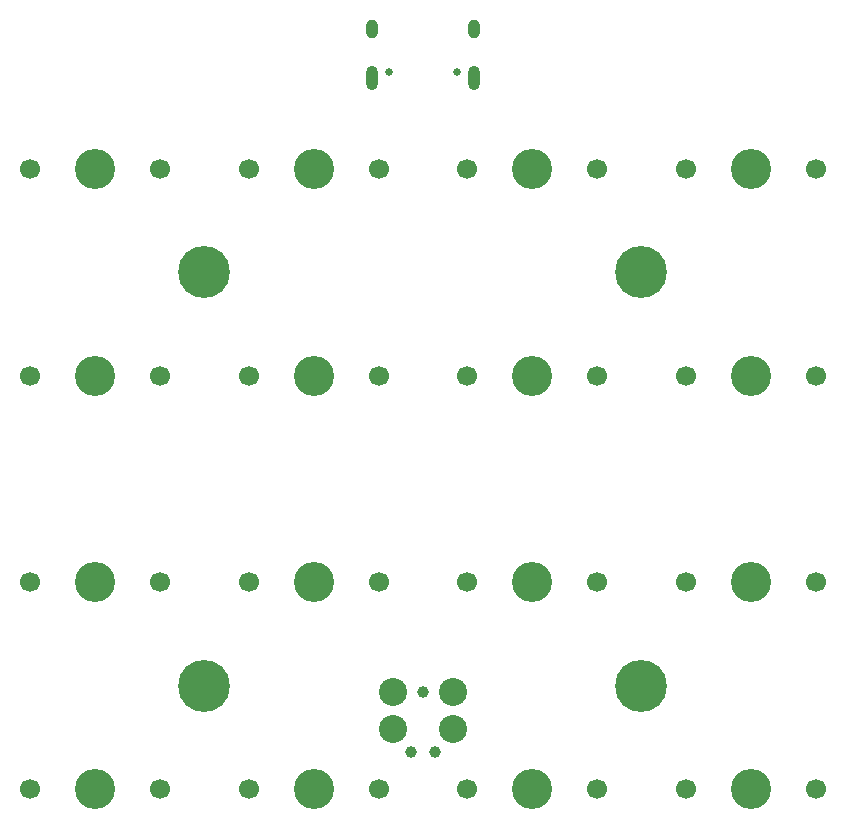
<source format=gbr>
%TF.GenerationSoftware,KiCad,Pcbnew,9.0.1*%
%TF.CreationDate,2025-04-04T22:51:44+11:00*%
%TF.ProjectId,Kobold,4b6f626f-6c64-42e6-9b69-6361645f7063,rev?*%
%TF.SameCoordinates,Original*%
%TF.FileFunction,Soldermask,Bot*%
%TF.FilePolarity,Negative*%
%FSLAX46Y46*%
G04 Gerber Fmt 4.6, Leading zero omitted, Abs format (unit mm)*
G04 Created by KiCad (PCBNEW 9.0.1) date 2025-04-04 22:51:44*
%MOMM*%
%LPD*%
G01*
G04 APERTURE LIST*
%ADD10C,1.700000*%
%ADD11C,3.400000*%
%ADD12C,4.400000*%
%ADD13C,0.650000*%
%ADD14O,1.000000X2.100000*%
%ADD15O,1.000000X1.600000*%
%ADD16C,2.374900*%
%ADD17C,0.990600*%
G04 APERTURE END LIST*
D10*
%TO.C,SW14*%
X164750000Y-110250000D03*
D11*
X170250000Y-110250000D03*
D10*
X175750000Y-110250000D03*
%TD*%
%TO.C,SW11*%
X146250000Y-92750000D03*
D11*
X151750000Y-92750000D03*
D10*
X157250000Y-92750000D03*
%TD*%
D12*
%TO.C,H4*%
X179500000Y-101500000D03*
%TD*%
D10*
%TO.C,SW13*%
X183250000Y-110250000D03*
D11*
X188750000Y-110250000D03*
D10*
X194250000Y-110250000D03*
%TD*%
%TO.C,SW5*%
X183250000Y-75250000D03*
D11*
X188750000Y-75250000D03*
D10*
X194250000Y-75250000D03*
%TD*%
%TO.C,SW10*%
X164750000Y-92750000D03*
D11*
X170250000Y-92750000D03*
D10*
X175750000Y-92750000D03*
%TD*%
D12*
%TO.C,H1*%
X142500000Y-66500000D03*
%TD*%
D10*
%TO.C,SW16*%
X127750000Y-110250000D03*
D11*
X133250000Y-110250000D03*
D10*
X138750000Y-110250000D03*
%TD*%
%TO.C,SW6*%
X164750000Y-75250000D03*
D11*
X170250000Y-75250000D03*
D10*
X175750000Y-75250000D03*
%TD*%
D12*
%TO.C,H3*%
X142500000Y-101500000D03*
%TD*%
D10*
%TO.C,SW7*%
X146250000Y-75250000D03*
D11*
X151750000Y-75250000D03*
D10*
X157250000Y-75250000D03*
%TD*%
%TO.C,SW12*%
X127750000Y-92750000D03*
D11*
X133250000Y-92750000D03*
D10*
X138750000Y-92750000D03*
%TD*%
D12*
%TO.C,H2*%
X179500000Y-66500000D03*
%TD*%
D10*
%TO.C,SW2*%
X164750000Y-57750000D03*
D11*
X170250000Y-57750000D03*
D10*
X175750000Y-57750000D03*
%TD*%
%TO.C,SW8*%
X127750000Y-75250000D03*
D11*
X133250000Y-75250000D03*
D10*
X138750000Y-75250000D03*
%TD*%
%TO.C,SW4*%
X127750000Y-57750000D03*
D11*
X133250000Y-57750000D03*
D10*
X138750000Y-57750000D03*
%TD*%
D13*
%TO.C,J1*%
X163890000Y-49500000D03*
X158110000Y-49500000D03*
D14*
X165320000Y-50030000D03*
D15*
X165320000Y-45850000D03*
D14*
X156680000Y-50030000D03*
D15*
X156680000Y-45850000D03*
%TD*%
D10*
%TO.C,SW15*%
X146250000Y-110250000D03*
D11*
X151750000Y-110250000D03*
D10*
X157250000Y-110250000D03*
%TD*%
%TO.C,SW9*%
X183250000Y-92750000D03*
D11*
X188750000Y-92750000D03*
D10*
X194250000Y-92750000D03*
%TD*%
D16*
%TO.C,J2*%
X163534000Y-102020000D03*
D17*
X160994000Y-102020000D03*
D16*
X158454000Y-102020000D03*
X163534000Y-105195000D03*
X158454000Y-105195000D03*
D17*
X162010000Y-107100000D03*
X159978000Y-107100000D03*
%TD*%
D10*
%TO.C,SW3*%
X146250000Y-57750000D03*
D11*
X151750000Y-57750000D03*
D10*
X157250000Y-57750000D03*
%TD*%
%TO.C,SW1*%
X183250000Y-57750000D03*
D11*
X188750000Y-57750000D03*
D10*
X194250000Y-57750000D03*
%TD*%
M02*

</source>
